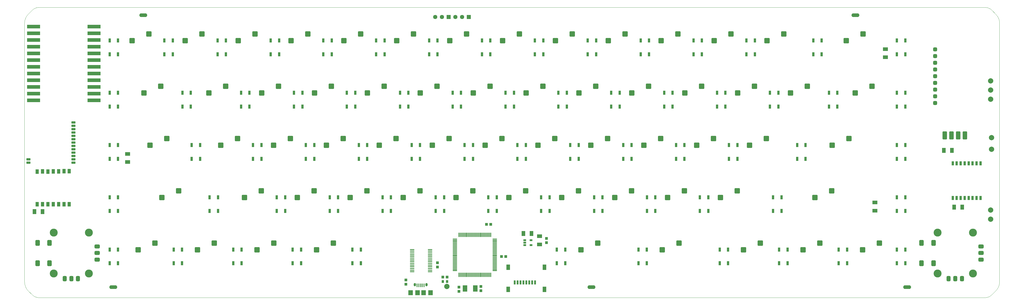
<source format=gts>
G04 Layer_Color=8388736*
%FSLAX25Y25*%
%MOIN*%
G70*
G01*
G75*
G04:AMPARAMS|DCode=10|XSize=74.8mil|YSize=53.15mil|CornerRadius=1.33mil|HoleSize=0mil|Usage=FLASHONLY|Rotation=180.000|XOffset=0mil|YOffset=0mil|HoleType=Round|Shape=RoundedRectangle|*
%AMROUNDEDRECTD10*
21,1,0.07480,0.05049,0,0,180.0*
21,1,0.07215,0.05315,0,0,180.0*
1,1,0.00266,-0.03607,0.02525*
1,1,0.00266,0.03607,0.02525*
1,1,0.00266,0.03607,-0.02525*
1,1,0.00266,-0.03607,-0.02525*
%
%ADD10ROUNDEDRECTD10*%
%ADD11R,0.03543X0.05906*%
G04:AMPARAMS|DCode=12|XSize=59.06mil|YSize=35.43mil|CornerRadius=4.43mil|HoleSize=0mil|Usage=FLASHONLY|Rotation=0.000|XOffset=0mil|YOffset=0mil|HoleType=Round|Shape=RoundedRectangle|*
%AMROUNDEDRECTD12*
21,1,0.05906,0.02658,0,0,0.0*
21,1,0.05020,0.03543,0,0,0.0*
1,1,0.00886,0.02510,-0.01329*
1,1,0.00886,-0.02510,-0.01329*
1,1,0.00886,-0.02510,0.01329*
1,1,0.00886,0.02510,0.01329*
%
%ADD12ROUNDEDRECTD12*%
%ADD13O,0.07087X0.01378*%
G04:AMPARAMS|DCode=14|XSize=74.8mil|YSize=53.15mil|CornerRadius=1.33mil|HoleSize=0mil|Usage=FLASHONLY|Rotation=90.000|XOffset=0mil|YOffset=0mil|HoleType=Round|Shape=RoundedRectangle|*
%AMROUNDEDRECTD14*
21,1,0.07480,0.05049,0,0,90.0*
21,1,0.07215,0.05315,0,0,90.0*
1,1,0.00266,0.02525,0.03607*
1,1,0.00266,0.02525,-0.03607*
1,1,0.00266,-0.02525,-0.03607*
1,1,0.00266,-0.02525,0.03607*
%
%ADD14ROUNDEDRECTD14*%
G04:AMPARAMS|DCode=15|XSize=39.37mil|YSize=37.4mil|CornerRadius=0.94mil|HoleSize=0mil|Usage=FLASHONLY|Rotation=0.000|XOffset=0mil|YOffset=0mil|HoleType=Round|Shape=RoundedRectangle|*
%AMROUNDEDRECTD15*
21,1,0.03937,0.03553,0,0,0.0*
21,1,0.03750,0.03740,0,0,0.0*
1,1,0.00187,0.01875,-0.01777*
1,1,0.00187,-0.01875,-0.01777*
1,1,0.00187,-0.01875,0.01777*
1,1,0.00187,0.01875,0.01777*
%
%ADD15ROUNDEDRECTD15*%
%ADD16R,0.04331X0.02559*%
%ADD17R,0.03543X0.06299*%
%ADD18C,0.07874*%
%ADD19R,0.19685X0.05394*%
G04:AMPARAMS|DCode=20|XSize=39.37mil|YSize=37.4mil|CornerRadius=0.94mil|HoleSize=0mil|Usage=FLASHONLY|Rotation=270.000|XOffset=0mil|YOffset=0mil|HoleType=Round|Shape=RoundedRectangle|*
%AMROUNDEDRECTD20*
21,1,0.03937,0.03553,0,0,270.0*
21,1,0.03750,0.03740,0,0,270.0*
1,1,0.00187,-0.01777,-0.01875*
1,1,0.00187,-0.01777,0.01875*
1,1,0.00187,0.01777,0.01875*
1,1,0.00187,0.01777,-0.01875*
%
%ADD20ROUNDEDRECTD20*%
%ADD21R,0.05709X0.07874*%
%ADD22R,0.03150X0.05906*%
%ADD23R,0.06693X0.09449*%
%ADD24R,0.01575X0.05315*%
%ADD25R,0.07087X0.07480*%
G04:AMPARAMS|DCode=26|XSize=39.37mil|YSize=35.43mil|CornerRadius=0.89mil|HoleSize=0mil|Usage=FLASHONLY|Rotation=270.000|XOffset=0mil|YOffset=0mil|HoleType=Round|Shape=RoundedRectangle|*
%AMROUNDEDRECTD26*
21,1,0.03937,0.03366,0,0,270.0*
21,1,0.03760,0.03543,0,0,270.0*
1,1,0.00177,-0.01683,-0.01880*
1,1,0.00177,-0.01683,0.01880*
1,1,0.00177,0.01683,0.01880*
1,1,0.00177,0.01683,-0.01880*
%
%ADD26ROUNDEDRECTD26*%
%ADD27R,0.05000X0.06890*%
%ADD28O,0.07087X0.01181*%
%ADD29O,0.01181X0.07087*%
%ADD36C,0.00394*%
%ADD37O,0.11811X0.05394*%
%ADD38C,0.06299*%
G04:AMPARAMS|DCode=39|XSize=62.99mil|YSize=62.99mil|CornerRadius=1.58mil|HoleSize=0mil|Usage=FLASHONLY|Rotation=180.000|XOffset=0mil|YOffset=0mil|HoleType=Round|Shape=RoundedRectangle|*
%AMROUNDEDRECTD39*
21,1,0.06299,0.05984,0,0,180.0*
21,1,0.05984,0.06299,0,0,180.0*
1,1,0.00315,-0.02992,0.02992*
1,1,0.00315,0.02992,0.02992*
1,1,0.00315,0.02992,-0.02992*
1,1,0.00315,-0.02992,-0.02992*
%
%ADD39ROUNDEDRECTD39*%
%ADD40O,0.03347X0.04921*%
G04:AMPARAMS|DCode=41|XSize=66.93mil|YSize=118.11mil|CornerRadius=6.69mil|HoleSize=0mil|Usage=FLASHONLY|Rotation=0.000|XOffset=0mil|YOffset=0mil|HoleType=Round|Shape=RoundedRectangle|*
%AMROUNDEDRECTD41*
21,1,0.06693,0.10472,0,0,0.0*
21,1,0.05354,0.11811,0,0,0.0*
1,1,0.01339,0.02677,-0.05236*
1,1,0.01339,-0.02677,-0.05236*
1,1,0.01339,-0.02677,0.05236*
1,1,0.01339,0.02677,0.05236*
%
%ADD41ROUNDEDRECTD41*%
G04:AMPARAMS|DCode=42|XSize=66.93mil|YSize=88.58mil|CornerRadius=16.73mil|HoleSize=0mil|Usage=FLASHONLY|Rotation=0.000|XOffset=0mil|YOffset=0mil|HoleType=Round|Shape=RoundedRectangle|*
%AMROUNDEDRECTD42*
21,1,0.06693,0.05512,0,0,0.0*
21,1,0.03347,0.08858,0,0,0.0*
1,1,0.03346,0.01673,-0.02756*
1,1,0.03346,-0.01673,-0.02756*
1,1,0.03346,-0.01673,0.02756*
1,1,0.03346,0.01673,0.02756*
%
%ADD42ROUNDEDRECTD42*%
G04:AMPARAMS|DCode=43|XSize=78.74mil|YSize=59.06mil|CornerRadius=14.76mil|HoleSize=0mil|Usage=FLASHONLY|Rotation=0.000|XOffset=0mil|YOffset=0mil|HoleType=Round|Shape=RoundedRectangle|*
%AMROUNDEDRECTD43*
21,1,0.07874,0.02953,0,0,0.0*
21,1,0.04921,0.05906,0,0,0.0*
1,1,0.02953,0.02461,-0.01476*
1,1,0.02953,-0.02461,-0.01476*
1,1,0.02953,-0.02461,0.01476*
1,1,0.02953,0.02461,0.01476*
%
%ADD43ROUNDEDRECTD43*%
G04:AMPARAMS|DCode=44|XSize=59.06mil|YSize=78.74mil|CornerRadius=14.76mil|HoleSize=0mil|Usage=FLASHONLY|Rotation=0.000|XOffset=0mil|YOffset=0mil|HoleType=Round|Shape=RoundedRectangle|*
%AMROUNDEDRECTD44*
21,1,0.05906,0.04921,0,0,0.0*
21,1,0.02953,0.07874,0,0,0.0*
1,1,0.02953,0.01476,-0.02461*
1,1,0.02953,-0.01476,-0.02461*
1,1,0.02953,-0.01476,0.02461*
1,1,0.02953,0.01476,0.02461*
%
%ADD44ROUNDEDRECTD44*%
%ADD45C,0.11811*%
G04:AMPARAMS|DCode=46|XSize=78.74mil|YSize=78.74mil|CornerRadius=9.84mil|HoleSize=0mil|Usage=FLASHONLY|Rotation=0.000|XOffset=0mil|YOffset=0mil|HoleType=Round|Shape=RoundedRectangle|*
%AMROUNDEDRECTD46*
21,1,0.07874,0.05906,0,0,0.0*
21,1,0.05906,0.07874,0,0,0.0*
1,1,0.01969,0.02953,-0.02953*
1,1,0.01969,-0.02953,-0.02953*
1,1,0.01969,-0.02953,0.02953*
1,1,0.01969,0.02953,0.02953*
%
%ADD46ROUNDEDRECTD46*%
G04:AMPARAMS|DCode=47|XSize=59.06mil|YSize=59.06mil|CornerRadius=14.76mil|HoleSize=0mil|Usage=FLASHONLY|Rotation=270.000|XOffset=0mil|YOffset=0mil|HoleType=Round|Shape=RoundedRectangle|*
%AMROUNDEDRECTD47*
21,1,0.05906,0.02953,0,0,270.0*
21,1,0.02953,0.05906,0,0,270.0*
1,1,0.02953,-0.01476,-0.01476*
1,1,0.02953,-0.01476,0.01476*
1,1,0.02953,0.01476,0.01476*
1,1,0.02953,0.01476,-0.01476*
%
%ADD47ROUNDEDRECTD47*%
D10*
X299571Y705098D02*
D03*
X299571Y717303D02*
D03*
X912957Y582264D02*
D03*
X912957Y594468D02*
D03*
X1412169Y644862D02*
D03*
X1412169Y632657D02*
D03*
X1427917Y861398D02*
D03*
X1427917Y873602D02*
D03*
D11*
X272839Y710020D02*
D03*
X285358Y710020D02*
D03*
X272839Y730492D02*
D03*
X285358Y730492D02*
D03*
X456697Y554114D02*
D03*
X469216Y554114D02*
D03*
X456697Y574587D02*
D03*
X469216Y574587D02*
D03*
X1457405Y808445D02*
D03*
X1444886Y808445D02*
D03*
X1457405Y787972D02*
D03*
X1444886Y787972D02*
D03*
X1356224Y808445D02*
D03*
X1343705Y808445D02*
D03*
X1356224Y787972D02*
D03*
X1343705Y787972D02*
D03*
X393626Y808445D02*
D03*
X381106Y808445D02*
D03*
X393626Y787972D02*
D03*
X381106Y787972D02*
D03*
X1444886Y865925D02*
D03*
X1457405Y865925D02*
D03*
X1444886Y886398D02*
D03*
X1457405Y886398D02*
D03*
X272839Y865925D02*
D03*
X285358Y865925D02*
D03*
X272839Y886398D02*
D03*
X285358Y886398D02*
D03*
X354335Y865925D02*
D03*
X366854Y865925D02*
D03*
X354335Y886398D02*
D03*
X366854Y886398D02*
D03*
X433468Y865925D02*
D03*
X445988Y865925D02*
D03*
X433468Y886398D02*
D03*
X445988Y886398D02*
D03*
X512602Y865925D02*
D03*
X525122Y865925D02*
D03*
X512602Y886398D02*
D03*
X525122Y886398D02*
D03*
X590949Y865925D02*
D03*
X603469Y865925D02*
D03*
X590949Y886398D02*
D03*
X603469Y886398D02*
D03*
X669689Y865925D02*
D03*
X682209Y865925D02*
D03*
X669689Y886398D02*
D03*
X682209Y886398D02*
D03*
X748429Y865925D02*
D03*
X760949Y865925D02*
D03*
X748429Y886398D02*
D03*
X760949Y886398D02*
D03*
X827169Y865925D02*
D03*
X839689Y865925D02*
D03*
X827169Y886398D02*
D03*
X839689Y886398D02*
D03*
X905909Y865925D02*
D03*
X918429Y865925D02*
D03*
X905909Y886398D02*
D03*
X918429Y886398D02*
D03*
X984650Y865925D02*
D03*
X997169Y865925D02*
D03*
X984650Y886398D02*
D03*
X997169Y886398D02*
D03*
X1063390Y865925D02*
D03*
X1075909Y865925D02*
D03*
X1063390Y886398D02*
D03*
X1075909Y886398D02*
D03*
X1142130Y865925D02*
D03*
X1154650Y865925D02*
D03*
X1142130Y886398D02*
D03*
X1154650Y886398D02*
D03*
X1220870Y865925D02*
D03*
X1233390Y865925D02*
D03*
X1220870Y886398D02*
D03*
X1233390Y886398D02*
D03*
X1320476Y865925D02*
D03*
X1332996Y865925D02*
D03*
X1320476Y886398D02*
D03*
X1332996Y886398D02*
D03*
X368114Y554114D02*
D03*
X380634Y554114D02*
D03*
X368114Y574587D02*
D03*
X380634Y574587D02*
D03*
X545280Y554114D02*
D03*
X557799Y554114D02*
D03*
X545280Y574587D02*
D03*
X557799Y574587D02*
D03*
X634256Y554114D02*
D03*
X646776Y554114D02*
D03*
X634256Y574587D02*
D03*
X646776Y574587D02*
D03*
X938587Y554114D02*
D03*
X951106Y554114D02*
D03*
X938587Y574587D02*
D03*
X951106Y574587D02*
D03*
X1060043Y554114D02*
D03*
X1072563Y554114D02*
D03*
X1060043Y574587D02*
D03*
X1072563Y574587D02*
D03*
X1181106Y554114D02*
D03*
X1193626Y554114D02*
D03*
X1181106Y574587D02*
D03*
X1193626Y574587D02*
D03*
X1269689Y554114D02*
D03*
X1282209Y554114D02*
D03*
X1269689Y574587D02*
D03*
X1282209Y574587D02*
D03*
X1358272Y554114D02*
D03*
X1370791Y554114D02*
D03*
X1358272Y574587D02*
D03*
X1370791Y574587D02*
D03*
X1444886Y554114D02*
D03*
X1457405Y554114D02*
D03*
X1444886Y574587D02*
D03*
X1457405Y574587D02*
D03*
X1457405Y652539D02*
D03*
X1444886Y652539D02*
D03*
X1457405Y632067D02*
D03*
X1444886Y632067D02*
D03*
X1273153Y652539D02*
D03*
X1260634Y652539D02*
D03*
X1273153Y632067D02*
D03*
X1260634Y632067D02*
D03*
X1164098Y652539D02*
D03*
X1151579Y652539D02*
D03*
X1164098Y632067D02*
D03*
X1151579Y632067D02*
D03*
X1085358Y652539D02*
D03*
X1072839Y652539D02*
D03*
X1085358Y632067D02*
D03*
X1072839Y632067D02*
D03*
X1006618Y652539D02*
D03*
X994098Y652539D02*
D03*
X1006618Y632067D02*
D03*
X994098Y632067D02*
D03*
X927878Y652539D02*
D03*
X915358Y652539D02*
D03*
X927878Y632067D02*
D03*
X915358Y632067D02*
D03*
X849138Y652539D02*
D03*
X836618Y652539D02*
D03*
X849138Y632067D02*
D03*
X836618Y632067D02*
D03*
X770791Y652539D02*
D03*
X758272Y652539D02*
D03*
X770791Y632067D02*
D03*
X758272Y632067D02*
D03*
X691657Y652539D02*
D03*
X679138Y652539D02*
D03*
X691657Y632067D02*
D03*
X679138Y632067D02*
D03*
X612917Y652539D02*
D03*
X600398Y652539D02*
D03*
X612917Y632067D02*
D03*
X600398Y632067D02*
D03*
X534177Y652539D02*
D03*
X521658Y652539D02*
D03*
X534177Y632067D02*
D03*
X521658Y632067D02*
D03*
X434177Y652539D02*
D03*
X421658Y652539D02*
D03*
X434177Y632067D02*
D03*
X421658Y632067D02*
D03*
X285358Y652539D02*
D03*
X272839Y652539D02*
D03*
X285358Y632067D02*
D03*
X272839Y632067D02*
D03*
X272839Y554114D02*
D03*
X285358Y554114D02*
D03*
X272839Y574587D02*
D03*
X285358Y574587D02*
D03*
X394886Y710020D02*
D03*
X407406Y710020D02*
D03*
X394886Y730492D02*
D03*
X407406Y730492D02*
D03*
X486224Y710020D02*
D03*
X498744Y710020D02*
D03*
X486224Y730492D02*
D03*
X498744Y730492D02*
D03*
X564965Y710020D02*
D03*
X577484Y710020D02*
D03*
X564965Y730492D02*
D03*
X577484Y730492D02*
D03*
X643705Y710020D02*
D03*
X656224Y710020D02*
D03*
X643705Y730492D02*
D03*
X656224Y730492D02*
D03*
X722445Y710020D02*
D03*
X734965Y710020D02*
D03*
X722445Y730492D02*
D03*
X734965Y730492D02*
D03*
X801185Y710020D02*
D03*
X813705Y710020D02*
D03*
X801185Y730492D02*
D03*
X813705Y730492D02*
D03*
X879925Y710020D02*
D03*
X892445Y710020D02*
D03*
X879925Y730492D02*
D03*
X892445Y730492D02*
D03*
X958665Y710020D02*
D03*
X971185Y710020D02*
D03*
X958665Y730492D02*
D03*
X971185Y730492D02*
D03*
X1037405Y710020D02*
D03*
X1049925Y710020D02*
D03*
X1037405Y730492D02*
D03*
X1049925Y730492D02*
D03*
X1116146Y710020D02*
D03*
X1128665Y710020D02*
D03*
X1116146Y730492D02*
D03*
X1128665Y730492D02*
D03*
X1194886Y710020D02*
D03*
X1207405Y710020D02*
D03*
X1194886Y730492D02*
D03*
X1207405Y730492D02*
D03*
X1296461Y710020D02*
D03*
X1308980Y710020D02*
D03*
X1296461Y730492D02*
D03*
X1308980Y730492D02*
D03*
X1444886Y710020D02*
D03*
X1457405Y710020D02*
D03*
X1444886Y730492D02*
D03*
X1457405Y730492D02*
D03*
X1268429Y808445D02*
D03*
X1255909Y808445D02*
D03*
X1268429Y787972D02*
D03*
X1255909Y787972D02*
D03*
X1189689Y808445D02*
D03*
X1177169Y808445D02*
D03*
X1189689Y787972D02*
D03*
X1177169Y787972D02*
D03*
X1110949Y808445D02*
D03*
X1098429Y808445D02*
D03*
X1110949Y787972D02*
D03*
X1098429Y787972D02*
D03*
X1032209Y808445D02*
D03*
X1019689Y808445D02*
D03*
X1032209Y787972D02*
D03*
X1019689Y787972D02*
D03*
X953469Y808445D02*
D03*
X940949Y808445D02*
D03*
X953469Y787972D02*
D03*
X940949Y787972D02*
D03*
X874728Y808445D02*
D03*
X862209Y808445D02*
D03*
X874728Y787972D02*
D03*
X862209Y787972D02*
D03*
X795988Y808445D02*
D03*
X783468Y808445D02*
D03*
X795988Y787972D02*
D03*
X783468Y787972D02*
D03*
X717642Y808445D02*
D03*
X705122Y808445D02*
D03*
X717642Y787972D02*
D03*
X705122Y787972D02*
D03*
X638508Y808445D02*
D03*
X625988Y808445D02*
D03*
X638508Y787972D02*
D03*
X625988Y787972D02*
D03*
X559768Y808445D02*
D03*
X547248Y808445D02*
D03*
X559768Y787972D02*
D03*
X547248Y787972D02*
D03*
X481028Y808445D02*
D03*
X468508Y808445D02*
D03*
X481028Y787972D02*
D03*
X468508Y787972D02*
D03*
X285358Y808445D02*
D03*
X272839Y808445D02*
D03*
X285358Y787972D02*
D03*
X272839Y787972D02*
D03*
D12*
X151835Y704311D02*
D03*
X151835Y709311D02*
D03*
X218764Y714311D02*
D03*
X218764Y709311D02*
D03*
X218764Y704311D02*
D03*
X218764Y719272D02*
D03*
X218764Y724311D02*
D03*
X218764Y729311D02*
D03*
X218764Y734311D02*
D03*
X218764Y739311D02*
D03*
X218764Y744291D02*
D03*
X218764Y749291D02*
D03*
X218764Y754291D02*
D03*
X218764Y759291D02*
D03*
X218764Y764291D02*
D03*
D13*
X749965Y541417D02*
D03*
X749965Y543976D02*
D03*
X749965Y546535D02*
D03*
X749965Y549094D02*
D03*
X749965Y551653D02*
D03*
X749965Y554213D02*
D03*
X749965Y556772D02*
D03*
X749965Y559331D02*
D03*
X749965Y561890D02*
D03*
X749965Y564449D02*
D03*
X749965Y567008D02*
D03*
X749965Y569567D02*
D03*
X749965Y572126D02*
D03*
X749965Y574685D02*
D03*
X723193Y541417D02*
D03*
X723193Y543976D02*
D03*
X723193Y546535D02*
D03*
X723193Y549094D02*
D03*
X723193Y551653D02*
D03*
X723193Y554213D02*
D03*
X723193Y556772D02*
D03*
X723193Y559331D02*
D03*
X723193Y561890D02*
D03*
X723193Y564449D02*
D03*
X723193Y567008D02*
D03*
X723193Y569567D02*
D03*
X723193Y572126D02*
D03*
X723193Y574685D02*
D03*
D14*
X888744Y598602D02*
D03*
X900949Y598602D02*
D03*
X1530083Y637972D02*
D03*
X1542287Y637972D02*
D03*
X1514728Y722618D02*
D03*
X1526933Y722618D02*
D03*
X160791Y631280D02*
D03*
X172996Y631280D02*
D03*
D15*
X923193Y591122D02*
D03*
X923193Y584823D02*
D03*
X713744Y523012D02*
D03*
X713744Y529311D02*
D03*
X825555Y513169D02*
D03*
X825555Y519468D02*
D03*
X792878Y512382D02*
D03*
X792878Y518681D02*
D03*
X760988Y548602D02*
D03*
X760988Y554902D02*
D03*
D16*
X890909Y588563D02*
D03*
X890909Y584823D02*
D03*
X890909Y581083D02*
D03*
X900358Y581083D02*
D03*
X900358Y588563D02*
D03*
D17*
X1569453Y703090D02*
D03*
X1563547Y703090D02*
D03*
X1557642Y703090D02*
D03*
X1551736Y703090D02*
D03*
X1545831Y703090D02*
D03*
X1539925Y703090D02*
D03*
X1534020Y703090D02*
D03*
X1528114Y703090D02*
D03*
X1569453Y651594D02*
D03*
X1563547Y651594D02*
D03*
X1557642Y651594D02*
D03*
X1551736Y651594D02*
D03*
X1545831Y651594D02*
D03*
X1539925Y651594D02*
D03*
X1534020Y651594D02*
D03*
X1528114Y651594D02*
D03*
D18*
X1584610Y619862D02*
D03*
X1584610Y633642D02*
D03*
X1584610Y798996D02*
D03*
X1584610Y812594D02*
D03*
X1584610Y826193D02*
D03*
X1585791Y741516D02*
D03*
X1585791Y724193D02*
D03*
X774768Y519468D02*
D03*
D19*
X159512Y907362D02*
D03*
X159512Y897362D02*
D03*
X159512Y887362D02*
D03*
X159512Y877362D02*
D03*
X159512Y857362D02*
D03*
X159512Y847362D02*
D03*
X159512Y837362D02*
D03*
X159512Y827362D02*
D03*
X159512Y817362D02*
D03*
X159512Y807362D02*
D03*
X159512Y797362D02*
D03*
X159512Y867362D02*
D03*
X249669Y867362D02*
D03*
X249669Y797362D02*
D03*
X249669Y807362D02*
D03*
X249669Y817362D02*
D03*
X249669Y827362D02*
D03*
X249669Y837362D02*
D03*
X249669Y847362D02*
D03*
X249669Y857362D02*
D03*
X249669Y877362D02*
D03*
X249669Y887362D02*
D03*
X249669Y897362D02*
D03*
X249669Y907362D02*
D03*
D20*
X856264Y564350D02*
D03*
X862563Y564350D02*
D03*
X768862Y533642D02*
D03*
X775161Y533642D02*
D03*
X833823Y612382D02*
D03*
X840122Y612382D02*
D03*
D21*
X920339Y515236D02*
D03*
X866205Y515236D02*
D03*
X920339Y548110D02*
D03*
X866205Y548110D02*
D03*
D22*
X875851Y525472D02*
D03*
X880181Y525472D02*
D03*
X884512Y525472D02*
D03*
X888843Y525472D02*
D03*
X893174Y525472D02*
D03*
X897504Y525472D02*
D03*
X901835Y525472D02*
D03*
X906166Y525472D02*
D03*
D23*
X817091Y516713D02*
D03*
X801736Y516713D02*
D03*
D24*
X740909Y521348D02*
D03*
X738350Y521348D02*
D03*
X735791Y521348D02*
D03*
X733232Y521348D02*
D03*
X730673Y521348D02*
D03*
D25*
X740319Y510307D02*
D03*
X731264Y510307D02*
D03*
X720988Y510307D02*
D03*
X750595Y510307D02*
D03*
D26*
X775161Y526949D02*
D03*
X768862Y526949D02*
D03*
D27*
X164989Y642300D02*
D03*
X172862Y642300D02*
D03*
X180789Y642300D02*
D03*
X188789Y642300D02*
D03*
X196989Y642300D02*
D03*
X204889Y642300D02*
D03*
X212632Y642300D02*
D03*
X212632Y691600D02*
D03*
X204889Y691500D02*
D03*
X196989Y691100D02*
D03*
X188789Y691100D02*
D03*
X180789Y690900D02*
D03*
X172862Y691100D02*
D03*
X164989Y690900D02*
D03*
D28*
X786776Y590335D02*
D03*
X786776Y588366D02*
D03*
X786776Y586398D02*
D03*
X786776Y584429D02*
D03*
X786776Y582461D02*
D03*
X786776Y580492D02*
D03*
X786776Y578524D02*
D03*
X786776Y576555D02*
D03*
X786776Y574587D02*
D03*
X786776Y572618D02*
D03*
X786776Y570650D02*
D03*
X786776Y568681D02*
D03*
X786776Y566713D02*
D03*
X786776Y564744D02*
D03*
X786776Y562776D02*
D03*
X786776Y560807D02*
D03*
X786776Y558839D02*
D03*
X786776Y556870D02*
D03*
X786776Y554902D02*
D03*
X786776Y552933D02*
D03*
X786776Y550965D02*
D03*
X786776Y548996D02*
D03*
X786776Y547028D02*
D03*
X786776Y545059D02*
D03*
X786776Y543090D02*
D03*
X846224Y543090D02*
D03*
X846224Y545059D02*
D03*
X846224Y547028D02*
D03*
X846224Y548996D02*
D03*
X846224Y550965D02*
D03*
X846224Y552933D02*
D03*
X846224Y554902D02*
D03*
X846224Y556870D02*
D03*
X846224Y558839D02*
D03*
X846224Y560807D02*
D03*
X846224Y562776D02*
D03*
X846224Y564744D02*
D03*
X846224Y566713D02*
D03*
X846224Y568681D02*
D03*
X846224Y570650D02*
D03*
X846224Y572618D02*
D03*
X846224Y574587D02*
D03*
X846224Y576555D02*
D03*
X846224Y578524D02*
D03*
X846224Y580492D02*
D03*
X846224Y582461D02*
D03*
X846224Y584429D02*
D03*
X846224Y586398D02*
D03*
X846224Y588366D02*
D03*
X846224Y590335D02*
D03*
D29*
X792878Y536988D02*
D03*
X794846Y536988D02*
D03*
X796815Y536988D02*
D03*
X798783Y536988D02*
D03*
X800752Y536988D02*
D03*
X802721Y536988D02*
D03*
X804689Y536988D02*
D03*
X806658Y536988D02*
D03*
X808626Y536988D02*
D03*
X810594Y536988D02*
D03*
X812563Y536988D02*
D03*
X814532Y536988D02*
D03*
X816500Y536988D02*
D03*
X818468Y536988D02*
D03*
X820437Y536988D02*
D03*
X822406Y536988D02*
D03*
X824374Y536988D02*
D03*
X826342Y536988D02*
D03*
X828311Y536988D02*
D03*
X830280Y536988D02*
D03*
X832248Y536988D02*
D03*
X834216Y536988D02*
D03*
X836185Y536988D02*
D03*
X838153Y536988D02*
D03*
X840122Y536988D02*
D03*
X840122Y596437D02*
D03*
X838153Y596437D02*
D03*
X836185Y596437D02*
D03*
X834216Y596437D02*
D03*
X832248Y596437D02*
D03*
X830280Y596437D02*
D03*
X828311Y596437D02*
D03*
X826342Y596437D02*
D03*
X824374Y596437D02*
D03*
X822406Y596437D02*
D03*
X820437Y596437D02*
D03*
X818468Y596437D02*
D03*
X816500Y596437D02*
D03*
X814532Y596437D02*
D03*
X812563Y596437D02*
D03*
X810594Y596437D02*
D03*
X808626Y596437D02*
D03*
X806658Y596437D02*
D03*
X804689Y596437D02*
D03*
X802721Y596437D02*
D03*
X800752Y596437D02*
D03*
X798783Y596437D02*
D03*
X796815Y596437D02*
D03*
X794846Y596437D02*
D03*
X792878Y596437D02*
D03*
D36*
X1597602Y912776D02*
X1597574Y913788D01*
X1597489Y914798D01*
X1597347Y915801D01*
X1597150Y916794D01*
X1596897Y917775D01*
X1596589Y918740D01*
X1596228Y919687D01*
X1595814Y920611D01*
X1595349Y921511D01*
X1594834Y922384D01*
X1594272Y923226D01*
X1593662Y924035D01*
X1593009Y924809D01*
X1592313Y925545D01*
X1586030Y931828D02*
X1585285Y932522D01*
X1584493Y933160D01*
X1583657Y933741D01*
X1582782Y934260D01*
X1581872Y934716D01*
X1580931Y935105D01*
X1579965Y935426D01*
X1578979Y935678D01*
X1577978Y935859D01*
X1576966Y935968D01*
X1575949Y936004D01*
X1592313Y513392D02*
X1593009Y514128D01*
X1593662Y514902D01*
X1594272Y515711D01*
X1594834Y516553D01*
X1595349Y517426D01*
X1595814Y518326D01*
X1596228Y519250D01*
X1596589Y520197D01*
X1596897Y521162D01*
X1597150Y522143D01*
X1597347Y523136D01*
X1597489Y524139D01*
X1597574Y525149D01*
X1597602Y526161D01*
X1575949Y502933D02*
X1576966Y502969D01*
X1577978Y503078D01*
X1578979Y503259D01*
X1579965Y503511D01*
X1580931Y503832D01*
X1581872Y504221D01*
X1582782Y504677D01*
X1583657Y505196D01*
X1584493Y505777D01*
X1585285Y506415D01*
X1586030Y507109D01*
X146028Y526161D02*
X146056Y525149D01*
X146141Y524139D01*
X146283Y523136D01*
X146480Y522143D01*
X146733Y521162D01*
X147041Y520197D01*
X147402Y519250D01*
X147816Y518326D01*
X148281Y517426D01*
X148796Y516553D01*
X149358Y515711D01*
X149968Y514902D01*
X150621Y514128D01*
X151317Y513392D01*
X157600Y507109D02*
X158345Y506415D01*
X159137Y505777D01*
X159973Y505196D01*
X160848Y504677D01*
X161758Y504221D01*
X162699Y503832D01*
X163664Y503511D01*
X164650Y503259D01*
X165652Y503078D01*
X166664Y502969D01*
X167681Y502933D01*
X167681Y936004D02*
X166664Y935968D01*
X165652Y935859D01*
X164650Y935678D01*
X163664Y935426D01*
X162699Y935105D01*
X161758Y934716D01*
X160848Y934260D01*
X159973Y933741D01*
X159137Y933160D01*
X158345Y932522D01*
X157600Y931828D01*
X151317Y925545D02*
X150621Y924809D01*
X149968Y924035D01*
X149358Y923226D01*
X148796Y922384D01*
X148281Y921511D01*
X147816Y920611D01*
X147402Y919687D01*
X147041Y918740D01*
X146733Y917775D01*
X146480Y916794D01*
X146283Y915801D01*
X146141Y914798D01*
X146056Y913788D01*
X146028Y912776D01*
X146028Y526161D02*
X146028Y912776D01*
X167681Y502933D02*
X1575949Y502933D01*
X1597602Y526161D02*
X1597602Y912776D01*
X167681Y936004D02*
X169256Y936004D01*
X1574374Y936004D01*
X1575949Y936004D01*
X1586030Y931828D02*
X1592313Y925545D01*
X1586030Y507109D02*
X1592313Y513392D01*
X151317Y513392D02*
X157600Y507109D01*
X151317Y925545D02*
X157600Y931828D01*
D37*
X278311Y518681D02*
D03*
X1460201Y518681D02*
D03*
X990122Y518681D02*
D03*
X322799Y924193D02*
D03*
X1383035Y924193D02*
D03*
D38*
X787634Y921437D02*
D03*
X797634Y921437D02*
D03*
X757681Y921437D02*
D03*
X767681Y921437D02*
D03*
D39*
X807634Y921437D02*
D03*
X777681Y921437D02*
D03*
D40*
X744551Y522333D02*
D03*
X727032Y522333D02*
D03*
D41*
X1546047Y744764D02*
D03*
X1526047Y744764D02*
D03*
X1536047Y744764D02*
D03*
X1516047Y744764D02*
D03*
D42*
X1481658Y584626D02*
D03*
X1481658Y554311D02*
D03*
X1499374Y554311D02*
D03*
X1499374Y584626D02*
D03*
X183232Y584626D02*
D03*
X183232Y554311D02*
D03*
X165516Y554311D02*
D03*
X165516Y584626D02*
D03*
D43*
X1570240Y559626D02*
D03*
X1570240Y579311D02*
D03*
X1570240Y569468D02*
D03*
X254098Y569468D02*
D03*
X254098Y579311D02*
D03*
X254098Y559626D02*
D03*
D44*
X1522012Y531083D02*
D03*
X1541697Y531083D02*
D03*
X1531854Y531083D02*
D03*
X215713Y531083D02*
D03*
X225555Y531083D02*
D03*
X205870Y531083D02*
D03*
D45*
X1505673Y599980D02*
D03*
X1558035Y599980D02*
D03*
X1558035Y538957D02*
D03*
X1505673Y538957D02*
D03*
X189532Y538957D02*
D03*
X241894Y538957D02*
D03*
X241894Y599980D02*
D03*
X189532Y599980D02*
D03*
D46*
X1418823Y584350D02*
D03*
X1393823Y574350D02*
D03*
X1305240Y574350D02*
D03*
X1330240Y584350D02*
D03*
X1241658Y584350D02*
D03*
X1216658Y574350D02*
D03*
X974531Y574350D02*
D03*
X999531Y584350D02*
D03*
X1120595Y584350D02*
D03*
X1095595Y574350D02*
D03*
X580831Y574350D02*
D03*
X605831Y584350D02*
D03*
X517248Y584350D02*
D03*
X492248Y574350D02*
D03*
X403665Y574350D02*
D03*
X428665Y584350D02*
D03*
X1347957Y662303D02*
D03*
X1322957Y652303D02*
D03*
X1182209Y652303D02*
D03*
X1207209Y662303D02*
D03*
X1128469Y662303D02*
D03*
X1103469Y652303D02*
D03*
X1024728Y652303D02*
D03*
X1049728Y662303D02*
D03*
X970988Y662303D02*
D03*
X945988Y652303D02*
D03*
X867248Y652303D02*
D03*
X892248Y662303D02*
D03*
X813508Y662303D02*
D03*
X788508Y652303D02*
D03*
X709768Y652303D02*
D03*
X734768Y662303D02*
D03*
X656028Y662303D02*
D03*
X631028Y652303D02*
D03*
X552287Y652303D02*
D03*
X577287Y662303D02*
D03*
X498547Y662303D02*
D03*
X473547Y652303D02*
D03*
X1348547Y730256D02*
D03*
X1373547Y740256D02*
D03*
X1250516Y740256D02*
D03*
X1225516Y730256D02*
D03*
X1146776Y730256D02*
D03*
X1171776Y740256D02*
D03*
X1093035Y740256D02*
D03*
X1068035Y730256D02*
D03*
X989295Y730256D02*
D03*
X1014295Y740256D02*
D03*
X935555Y740256D02*
D03*
X910555Y730256D02*
D03*
X831815Y730256D02*
D03*
X856815Y740256D02*
D03*
X778075Y740256D02*
D03*
X753075Y730256D02*
D03*
X674335Y730256D02*
D03*
X699335Y740256D02*
D03*
X620595Y740256D02*
D03*
X595595Y730256D02*
D03*
X516854Y730256D02*
D03*
X541854Y740256D02*
D03*
X463114Y740256D02*
D03*
X438114Y730256D02*
D03*
X332799Y730256D02*
D03*
X357799Y740256D02*
D03*
X1407996Y818209D02*
D03*
X1382996Y808209D02*
D03*
X1286539Y808209D02*
D03*
X1311539Y818209D02*
D03*
X1232799Y818209D02*
D03*
X1207799Y808209D02*
D03*
X1129059Y808209D02*
D03*
X1154059Y818209D02*
D03*
X1075319Y818209D02*
D03*
X1050319Y808209D02*
D03*
X971579Y808209D02*
D03*
X996579Y818209D02*
D03*
X917839Y818209D02*
D03*
X892839Y808209D02*
D03*
X814098Y808209D02*
D03*
X839098Y818209D02*
D03*
X760358Y818209D02*
D03*
X735358Y808209D02*
D03*
X656618Y808209D02*
D03*
X681618Y818209D02*
D03*
X602878Y818209D02*
D03*
X577878Y808209D02*
D03*
X499138Y808209D02*
D03*
X524138Y818209D02*
D03*
X1276500Y896161D02*
D03*
X1251500Y886161D02*
D03*
X1172760Y886161D02*
D03*
X1197760Y896161D02*
D03*
X1119020Y896161D02*
D03*
X1094020Y886161D02*
D03*
X1015280Y886161D02*
D03*
X1040280Y896161D02*
D03*
X961539Y896161D02*
D03*
X936539Y886161D02*
D03*
X857799Y886161D02*
D03*
X882799Y896161D02*
D03*
X804059Y896161D02*
D03*
X779059Y886161D02*
D03*
X700319Y886161D02*
D03*
X725319Y896161D02*
D03*
X646579Y896161D02*
D03*
X621579Y886161D02*
D03*
X542839Y886161D02*
D03*
X567839Y896161D02*
D03*
X489098Y896161D02*
D03*
X464098Y886161D02*
D03*
X385358Y886161D02*
D03*
X410358Y896161D02*
D03*
X340083Y584350D02*
D03*
X315083Y574350D02*
D03*
X306224Y886161D02*
D03*
X331224Y896161D02*
D03*
X348941Y818209D02*
D03*
X323941Y808209D02*
D03*
X420398Y808209D02*
D03*
X445398Y818209D02*
D03*
X375516Y662303D02*
D03*
X350516Y652303D02*
D03*
X1369610Y886161D02*
D03*
X1394610Y896161D02*
D03*
D47*
X1501736Y873248D02*
D03*
X1501736Y863248D02*
D03*
X1501736Y853248D02*
D03*
X1501736Y843248D02*
D03*
X1501736Y833248D02*
D03*
X1501736Y823248D02*
D03*
X1501736Y813248D02*
D03*
X1501736Y803248D02*
D03*
X1501736Y793248D02*
D03*
M02*

</source>
